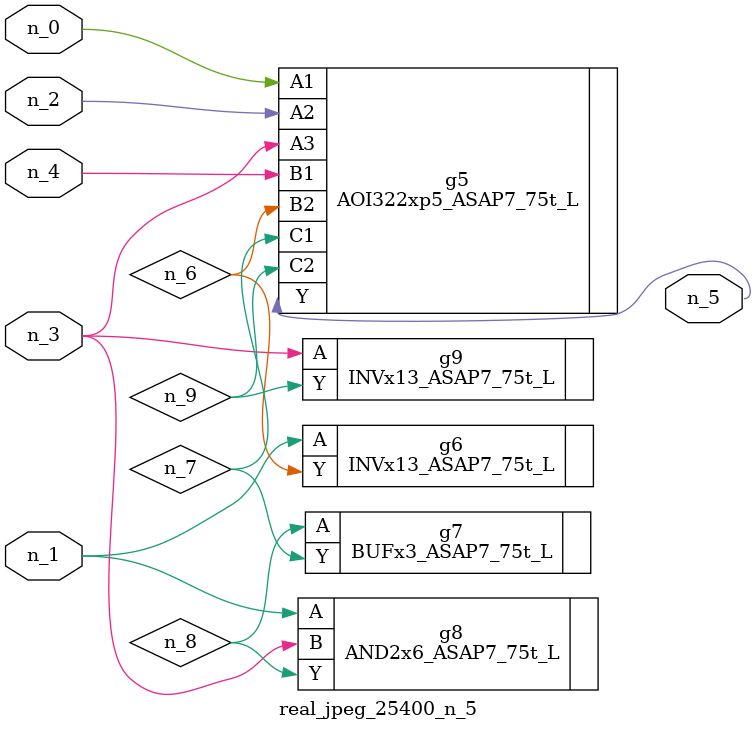
<source format=v>
module real_jpeg_25400_n_5 (n_4, n_0, n_1, n_2, n_3, n_5);

input n_4;
input n_0;
input n_1;
input n_2;
input n_3;

output n_5;

wire n_8;
wire n_6;
wire n_7;
wire n_9;

AOI322xp5_ASAP7_75t_L g5 ( 
.A1(n_0),
.A2(n_2),
.A3(n_3),
.B1(n_4),
.B2(n_6),
.C1(n_7),
.C2(n_9),
.Y(n_5)
);

INVx13_ASAP7_75t_L g6 ( 
.A(n_1),
.Y(n_6)
);

AND2x6_ASAP7_75t_L g8 ( 
.A(n_1),
.B(n_3),
.Y(n_8)
);

INVx13_ASAP7_75t_L g9 ( 
.A(n_3),
.Y(n_9)
);

BUFx3_ASAP7_75t_L g7 ( 
.A(n_8),
.Y(n_7)
);


endmodule
</source>
